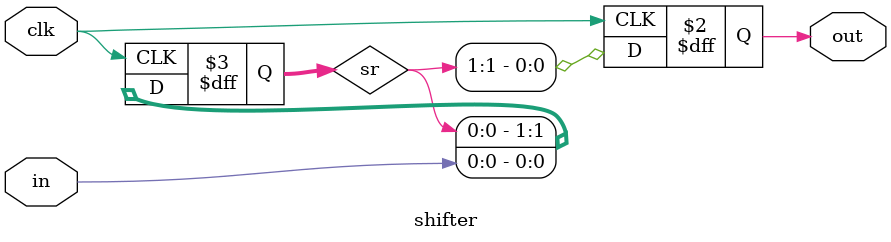
<source format=v>
`ifndef _util_v_
`define _util_v_

module
tristate(
	inout pin,
	input enable,
	input data_out,
	output data_in
);
	parameter PULLUP = 1'b0;
	SB_IO #(
		.PIN_TYPE(6'b1010_01), // tristatable output
		.PULLUP(PULLUP)
	) buffer(
		.PACKAGE_PIN(pin),
		.OUTPUT_ENABLE(enable),
		.D_IN_0(data_in),
		.D_OUT_0(data_out)
	);
endmodule


module clk_div3(
	input clk,
	input reset,
	output clk_out
);
	reg [1:0] pos_count, neg_count;
	assign clk_out = (pos_count == 2) || (neg_count == 2);
 
	always @(posedge clk)
	if (reset || pos_count == 2)
		pos_count <= 0;
	else
		pos_count <= pos_count + 1;

	always @(negedge clk)
	if (reset || neg_count == 2)
		neg_count <= 0;
	else
		neg_count <= neg_count + 1;
 
endmodule


module spram_32k(
	input clk,
	input reset = 0,
	input cs = 1,
	input wen,
	input [13:0] wr_addr,
	input [15:0] wr_data,
	input [3:0] wr_mask = 4'b1111,
	input [13:0] rd_addr,
	output [15:0] rd_data
);
	SB_SPRAM256KA ram(
		// read 16 bits at a time
		.DATAOUT(rd_data),
		.ADDRESS(wen ? wr_addr : rd_addr),
		.DATAIN(wr_data),
		.MASKWREN(wr_mask),
		.WREN(wen),

		.CHIPSELECT(cs && !reset),
		.CLOCK(clk),

		// if we cared about power, maybe we would adjust these
		.STANDBY(1'b0),
		.SLEEP(1'b0),
		.POWEROFF(1'b1)
	);

endmodule


module clock_cross_strobe(
	input clk_in,
	input in,
	input clk_out,
	output out
);
	reg flag = 0;
	reg last_flag = 0;
	reg out = 0;

	always @(posedge clk_in)
		if (in)
			flag <= ~flag;

	always @(posedge clk_out)
	begin
		out <= last_flag != flag;
		last_flag <= flag;
	end
endmodule


module edge_detect(
	input clk,
	input in,
	output fall,
	output rise
);
	reg last;
	assign fall = !in &&  last;
	assign rise =  in && !last;
	always @(posedge clk)
		last <= in;
endmodule


module shifter(
	input clk,
	input in,
	output out
);
	parameter BITS = 2;
	reg [BITS-1:0] sr;
	reg out;
	always @(posedge clk)
		{ out, sr } <= { sr, in };
endmodule

`endif

</source>
